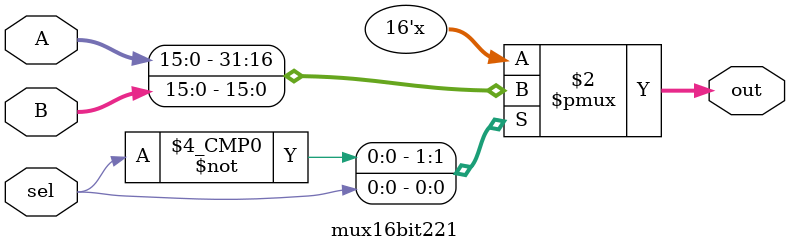
<source format=v>
`timescale 1ns / 1ps
module mux16bit221(
    input [15:0] A,
    input [15:0] B,
    input sel,
    output reg [15:0] out
    );

always @(*) begin
    case (sel)
        0: out = A;
        1: out = B;
        default: out = A;
    endcase
end

endmodule

</source>
